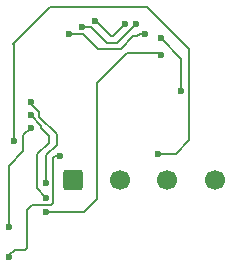
<source format=gbr>
%TF.GenerationSoftware,KiCad,Pcbnew,9.0.3*%
%TF.CreationDate,2025-07-11T23:11:04-05:00*%
%TF.ProjectId,Watch_PCB,57617463-685f-4504-9342-2e6b69636164,rev?*%
%TF.SameCoordinates,Original*%
%TF.FileFunction,Copper,L4,Bot*%
%TF.FilePolarity,Positive*%
%FSLAX46Y46*%
G04 Gerber Fmt 4.6, Leading zero omitted, Abs format (unit mm)*
G04 Created by KiCad (PCBNEW 9.0.3) date 2025-07-11 23:11:04*
%MOMM*%
%LPD*%
G01*
G04 APERTURE LIST*
G04 Aperture macros list*
%AMRoundRect*
0 Rectangle with rounded corners*
0 $1 Rounding radius*
0 $2 $3 $4 $5 $6 $7 $8 $9 X,Y pos of 4 corners*
0 Add a 4 corners polygon primitive as box body*
4,1,4,$2,$3,$4,$5,$6,$7,$8,$9,$2,$3,0*
0 Add four circle primitives for the rounded corners*
1,1,$1+$1,$2,$3*
1,1,$1+$1,$4,$5*
1,1,$1+$1,$6,$7*
1,1,$1+$1,$8,$9*
0 Add four rect primitives between the rounded corners*
20,1,$1+$1,$2,$3,$4,$5,0*
20,1,$1+$1,$4,$5,$6,$7,0*
20,1,$1+$1,$6,$7,$8,$9,0*
20,1,$1+$1,$8,$9,$2,$3,0*%
G04 Aperture macros list end*
%TA.AperFunction,ComponentPad*%
%ADD10C,1.700000*%
%TD*%
%TA.AperFunction,ComponentPad*%
%ADD11RoundRect,0.250000X-0.600000X-0.600000X0.600000X-0.600000X0.600000X0.600000X-0.600000X0.600000X0*%
%TD*%
%TA.AperFunction,ViaPad*%
%ADD12C,0.600000*%
%TD*%
%TA.AperFunction,Conductor*%
%ADD13C,0.200000*%
%TD*%
G04 APERTURE END LIST*
D10*
%TO.P,J3,4,PIEZO_SIG*%
%TO.N,Net-(J3-PIEZO_SIG)*%
X70250000Y-76250000D03*
%TO.P,J3,3,PIEZO_GND*%
%TO.N,GND*%
X66250000Y-76250000D03*
%TO.P,J3,2,VBAT-*%
X62250000Y-76250000D03*
D11*
%TO.P,J3,1,VBAT+*%
%TO.N,+3.3V*%
X58250000Y-76250000D03*
%TD*%
D12*
%TO.N,Net-(U1-PB8)*%
X53250000Y-73000000D03*
X65450000Y-74050000D03*
%TO.N,Net-(U1-PA4)*%
X63600000Y-63050000D03*
%TO.N,Net-(U1-PA5)*%
X62650000Y-63050000D03*
%TO.N,Net-(U1-PA3)*%
X64400000Y-63900000D03*
%TO.N,Net-(U1-PA0)*%
X67450000Y-68750000D03*
%TO.N,Net-(J4-T_VCP_TX)*%
X54700000Y-69700000D03*
%TO.N,Net-(J4-T_VCP_RX)*%
X54700000Y-70800000D03*
%TO.N,Net-(J4-T_NRST)*%
X65700000Y-65650000D03*
%TO.N,Net-(U1-PA14)*%
X57150000Y-74250000D03*
%TO.N,Net-(U1-PA13)*%
X54700000Y-71850000D03*
%TO.N,Net-(U1-PA0)*%
X65700000Y-64250000D03*
%TO.N,Net-(U1-PA5)*%
X60132821Y-62800769D03*
%TO.N,Net-(U1-PA4)*%
X59000000Y-63300000D03*
%TO.N,Net-(U1-PA3)*%
X57900000Y-63900000D03*
%TO.N,Net-(J4-T_VCP_TX)*%
X56000000Y-76500000D03*
%TO.N,Net-(U1-PA13)*%
X52850000Y-80250000D03*
%TO.N,Net-(J4-T_VCP_RX)*%
X56000000Y-77750000D03*
%TO.N,Net-(J4-T_NRST)*%
X56000000Y-79000000D03*
%TO.N,Net-(U1-PA14)*%
X52850000Y-82790000D03*
%TD*%
D13*
%TO.N,Net-(U1-PB8)*%
X53250000Y-64800000D02*
X53250000Y-73000000D01*
X53200000Y-64750000D02*
X53250000Y-64800000D01*
X56300000Y-61650000D02*
X53200000Y-64750000D01*
X64550000Y-61650000D02*
X56300000Y-61650000D01*
X68100000Y-65200000D02*
X64550000Y-61650000D01*
X68100000Y-72900000D02*
X68100000Y-65200000D01*
X66950000Y-74050000D02*
X68100000Y-72900000D01*
X65450000Y-74050000D02*
X66950000Y-74050000D01*
%TO.N,Net-(U1-PA13)*%
X54060000Y-73840000D02*
X54060000Y-72490000D01*
X54060000Y-72490000D02*
X54700000Y-71850000D01*
X52850000Y-80250000D02*
X52850000Y-75050000D01*
X52850000Y-75050000D02*
X54060000Y-73840000D01*
%TO.N,Net-(U1-PA4)*%
X62529761Y-64120239D02*
X63600000Y-63050000D01*
X62519704Y-64120239D02*
X62529761Y-64120239D01*
X61968943Y-64671000D02*
X62519704Y-64120239D01*
X61171000Y-64671000D02*
X61968943Y-64671000D01*
X59800000Y-63300000D02*
X61171000Y-64671000D01*
X59000000Y-63300000D02*
X59800000Y-63300000D01*
%TO.N,Net-(U1-PA5)*%
X61490000Y-64070000D02*
X61630000Y-64070000D01*
X61630000Y-64070000D02*
X62650000Y-63050000D01*
X60220769Y-62800769D02*
X61490000Y-64070000D01*
X60132821Y-62800769D02*
X60220769Y-62800769D01*
%TO.N,Net-(U1-PA3)*%
X63900000Y-63900000D02*
X64400000Y-63900000D01*
X62290000Y-65170000D02*
X63370000Y-64090000D01*
X63710000Y-64090000D02*
X63900000Y-63900000D01*
X60420000Y-65170000D02*
X62290000Y-65170000D01*
X59150000Y-63900000D02*
X60420000Y-65170000D01*
X57900000Y-63900000D02*
X59150000Y-63900000D01*
X63370000Y-64090000D02*
X63710000Y-64090000D01*
%TO.N,Net-(U1-PA0)*%
X67450000Y-66000000D02*
X67450000Y-68750000D01*
X65700000Y-64250000D02*
X67450000Y-66000000D01*
%TO.N,Net-(U1-PA14)*%
X52850000Y-82650000D02*
X52850000Y-82790000D01*
X53330000Y-82170000D02*
X52850000Y-82650000D01*
X54340000Y-82000000D02*
X54170000Y-82170000D01*
X54340000Y-78800000D02*
X54340000Y-82000000D01*
X54770000Y-78370000D02*
X54340000Y-78800000D01*
X56410000Y-78370000D02*
X54770000Y-78370000D01*
X56601000Y-78179000D02*
X56410000Y-78370000D01*
X56601000Y-74411000D02*
X56601000Y-78179000D01*
X56580000Y-74390000D02*
X56601000Y-74411000D01*
X56720000Y-74250000D02*
X56580000Y-74390000D01*
X57150000Y-74250000D02*
X56720000Y-74250000D01*
X54170000Y-82170000D02*
X53330000Y-82170000D01*
%TO.N,Net-(J4-T_NRST)*%
X60330000Y-77860000D02*
X59190000Y-79000000D01*
X62840000Y-65500000D02*
X60330000Y-68010000D01*
X65550000Y-65500000D02*
X62840000Y-65500000D01*
X60330000Y-68010000D02*
X60330000Y-77860000D01*
X65700000Y-65650000D02*
X65550000Y-65500000D01*
X59190000Y-79000000D02*
X56000000Y-79000000D01*
%TO.N,Net-(U1-PA13)*%
X52850000Y-80250000D02*
X52750000Y-80150000D01*
%TO.N,Net-(J4-T_VCP_RX)*%
X55211000Y-76961000D02*
X56000000Y-77750000D01*
X55211000Y-74099000D02*
X55211000Y-76961000D01*
X56220000Y-72540000D02*
X56220000Y-73090000D01*
X55570000Y-71670000D02*
X55570000Y-71890000D01*
X55570000Y-71890000D02*
X56220000Y-72540000D01*
X54700000Y-70800000D02*
X55570000Y-71670000D01*
X56220000Y-73090000D02*
X55211000Y-74099000D01*
%TO.N,Net-(J4-T_VCP_TX)*%
X56000000Y-74180000D02*
X56000000Y-76500000D01*
X56890000Y-72360057D02*
X56890000Y-73290000D01*
X55429943Y-70900000D02*
X56890000Y-72360057D01*
X55429943Y-70529943D02*
X55429943Y-70900000D01*
X54700000Y-69700000D02*
X54700000Y-69800000D01*
X54700000Y-69800000D02*
X55429943Y-70529943D01*
X56890000Y-73290000D02*
X56000000Y-74180000D01*
%TD*%
M02*

</source>
